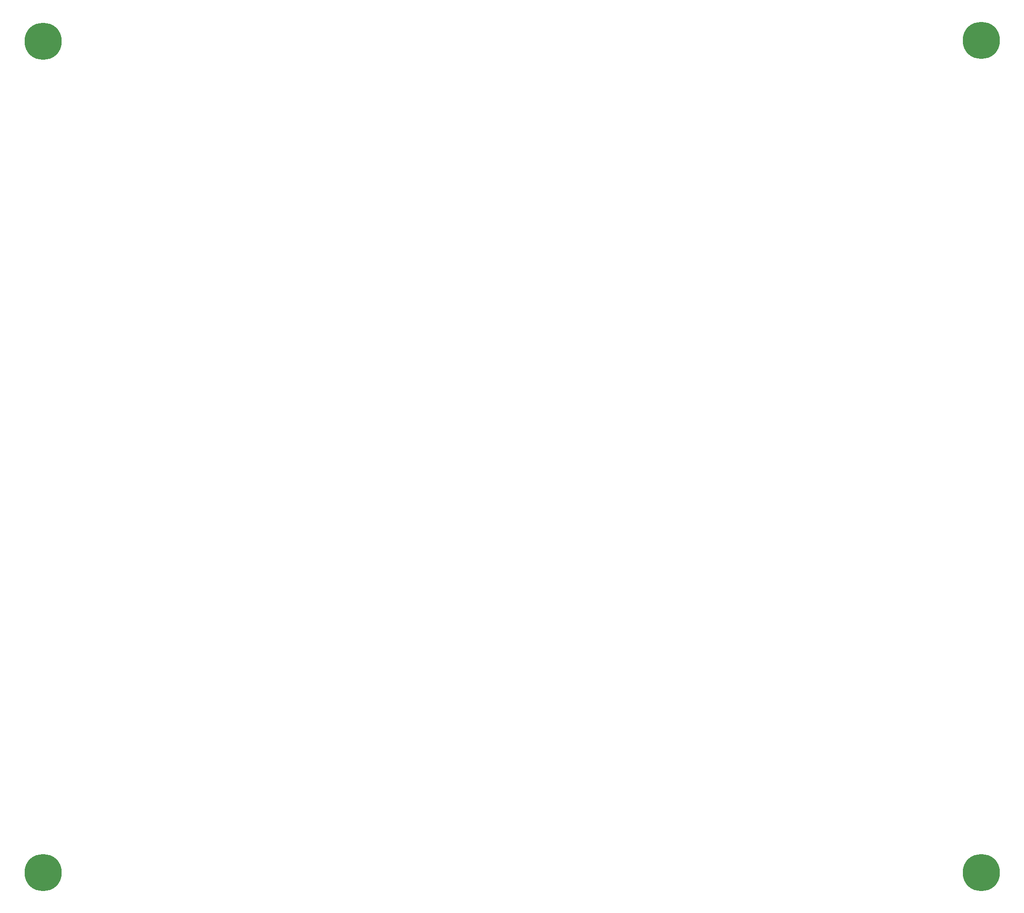
<source format=gbr>
G04 #@! TF.FileFunction,Paste,Bot*
%FSLAX46Y46*%
G04 Gerber Fmt 4.6, Leading zero omitted, Abs format (unit mm)*
G04 Created by KiCad (PCBNEW 4.0.6) date 07/17/17 17:34:43*
%MOMM*%
%LPD*%
G01*
G04 APERTURE LIST*
%ADD10C,0.100000*%
%ADD11C,7.000000*%
G04 APERTURE END LIST*
D10*
D11*
X29600000Y-17600000D03*
X206400000Y-17400000D03*
X206400000Y-174400000D03*
X29600000Y-174400000D03*
M02*

</source>
